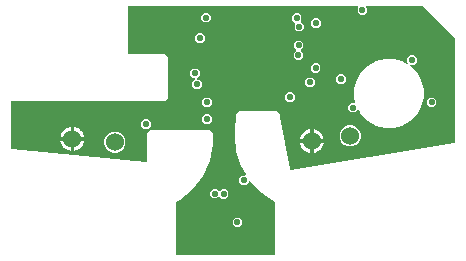
<source format=gbr>
G04 EAGLE Gerber RS-274X export*
G75*
%MOMM*%
%FSLAX34Y34*%
%LPD*%
%INEAGLE Copper Layer 2*%
%IPPOS*%
%AMOC8*
5,1,8,0,0,1.08239X$1,22.5*%
G01*
%ADD10C,1.524000*%
%ADD11C,0.553200*%

G36*
X-181093Y73469D02*
X-181093Y73469D01*
X-181074Y73467D01*
X-180972Y73489D01*
X-180870Y73505D01*
X-180853Y73515D01*
X-180833Y73519D01*
X-180744Y73572D01*
X-180653Y73621D01*
X-180639Y73635D01*
X-180622Y73645D01*
X-180554Y73724D01*
X-180483Y73799D01*
X-180475Y73817D01*
X-180462Y73832D01*
X-180423Y73928D01*
X-180380Y74022D01*
X-180377Y74041D01*
X-180370Y74060D01*
X-180351Y74227D01*
X-180327Y117798D01*
X-180343Y117898D01*
X-180354Y118000D01*
X-180363Y118019D01*
X-180366Y118040D01*
X-180414Y118131D01*
X-180457Y118224D01*
X-180471Y118239D01*
X-180481Y118258D01*
X-180556Y118328D01*
X-180625Y118403D01*
X-180648Y118416D01*
X-180660Y118427D01*
X-180689Y118441D01*
X-180769Y118489D01*
X-183312Y119663D01*
X-193826Y127448D01*
X-201244Y135764D01*
X-201316Y135822D01*
X-201384Y135887D01*
X-201412Y135899D01*
X-201435Y135919D01*
X-201522Y135951D01*
X-201607Y135990D01*
X-201637Y135994D01*
X-201666Y136004D01*
X-201759Y136007D01*
X-201851Y136017D01*
X-201881Y136011D01*
X-201912Y136012D01*
X-202001Y135985D01*
X-202092Y135965D01*
X-202118Y135949D01*
X-202147Y135941D01*
X-202223Y135887D01*
X-202303Y135839D01*
X-202323Y135816D01*
X-202348Y135798D01*
X-202402Y135723D01*
X-202463Y135652D01*
X-202474Y135624D01*
X-202492Y135599D01*
X-202520Y135510D01*
X-202555Y135424D01*
X-202559Y135386D01*
X-202566Y135364D01*
X-202565Y135332D01*
X-202573Y135257D01*
X-202573Y134872D01*
X-204938Y132507D01*
X-208282Y132507D01*
X-210647Y134872D01*
X-210647Y138216D01*
X-208282Y140581D01*
X-205798Y140581D01*
X-205704Y140596D01*
X-205609Y140605D01*
X-205583Y140616D01*
X-205555Y140620D01*
X-205471Y140665D01*
X-205384Y140703D01*
X-205363Y140722D01*
X-205338Y140736D01*
X-205272Y140805D01*
X-205202Y140869D01*
X-205188Y140893D01*
X-205168Y140914D01*
X-205128Y141000D01*
X-205082Y141083D01*
X-205077Y141111D01*
X-205065Y141137D01*
X-205054Y141232D01*
X-205037Y141325D01*
X-205041Y141353D01*
X-205038Y141381D01*
X-205058Y141475D01*
X-205071Y141569D01*
X-205085Y141601D01*
X-205090Y141622D01*
X-205107Y141650D01*
X-205139Y141722D01*
X-209074Y148541D01*
X-213170Y160965D01*
X-214651Y173963D01*
X-214071Y180285D01*
X-214072Y180304D01*
X-214068Y180335D01*
X-213821Y190109D01*
X-213822Y190117D01*
X-213821Y190129D01*
X-213821Y192235D01*
X-212294Y193687D01*
X-212289Y193693D01*
X-212280Y193700D01*
X-210791Y195189D01*
X-208686Y195136D01*
X-208678Y195137D01*
X-208666Y195136D01*
X-181653Y195136D01*
X-181623Y195141D01*
X-181518Y195148D01*
X-179961Y195429D01*
X-179735Y195272D01*
X-179714Y195262D01*
X-179696Y195246D01*
X-179603Y195209D01*
X-179513Y195166D01*
X-179490Y195163D01*
X-179468Y195154D01*
X-179301Y195136D01*
X-179025Y195136D01*
X-177907Y194017D01*
X-177882Y194000D01*
X-177803Y193930D01*
X-176504Y193028D01*
X-176455Y192757D01*
X-176447Y192735D01*
X-176445Y192712D01*
X-176406Y192620D01*
X-176373Y192526D01*
X-176358Y192507D01*
X-176349Y192485D01*
X-176244Y192354D01*
X-176049Y192160D01*
X-176049Y190578D01*
X-176044Y190548D01*
X-176037Y190443D01*
X-167998Y145900D01*
X-167994Y145887D01*
X-167993Y145874D01*
X-167953Y145772D01*
X-167916Y145668D01*
X-167908Y145657D01*
X-167903Y145645D01*
X-167832Y145561D01*
X-167764Y145474D01*
X-167753Y145467D01*
X-167744Y145457D01*
X-167650Y145400D01*
X-167558Y145339D01*
X-167546Y145336D01*
X-167534Y145329D01*
X-167427Y145305D01*
X-167321Y145277D01*
X-167307Y145278D01*
X-167294Y145275D01*
X-167127Y145284D01*
X-28580Y167866D01*
X-28502Y167892D01*
X-28483Y167897D01*
X-28459Y167900D01*
X-28455Y167903D01*
X-28422Y167910D01*
X-28386Y167931D01*
X-28346Y167945D01*
X-28281Y167994D01*
X-28272Y168000D01*
X-28242Y168016D01*
X-28237Y168020D01*
X-28211Y168036D01*
X-28184Y168068D01*
X-28150Y168093D01*
X-28105Y168159D01*
X-28072Y168194D01*
X-28068Y168203D01*
X-28051Y168223D01*
X-28035Y168262D01*
X-28012Y168297D01*
X-27992Y168367D01*
X-27969Y168417D01*
X-27967Y168431D01*
X-27959Y168451D01*
X-27953Y168506D01*
X-27945Y168533D01*
X-27947Y168562D01*
X-27941Y168618D01*
X-27941Y255429D01*
X-27942Y255439D01*
X-27942Y255444D01*
X-27948Y255471D01*
X-27955Y255515D01*
X-27961Y255602D01*
X-27975Y255636D01*
X-27980Y255672D01*
X-28021Y255748D01*
X-28054Y255829D01*
X-28083Y255866D01*
X-28096Y255889D01*
X-28118Y255910D01*
X-28158Y255961D01*
X-55400Y283829D01*
X-55477Y283886D01*
X-55550Y283948D01*
X-55576Y283958D01*
X-55598Y283975D01*
X-55689Y284004D01*
X-55778Y284040D01*
X-55813Y284044D01*
X-55833Y284050D01*
X-55866Y284050D01*
X-55945Y284058D01*
X-102407Y284058D01*
X-102477Y284047D01*
X-102549Y284045D01*
X-102598Y284027D01*
X-102649Y284019D01*
X-102713Y283985D01*
X-102780Y283960D01*
X-102821Y283928D01*
X-102867Y283903D01*
X-102916Y283851D01*
X-102972Y283807D01*
X-103000Y283763D01*
X-103036Y283725D01*
X-103066Y283660D01*
X-103105Y283600D01*
X-103118Y283549D01*
X-103140Y283502D01*
X-103148Y283431D01*
X-103165Y283361D01*
X-103161Y283309D01*
X-103167Y283258D01*
X-103152Y283187D01*
X-103146Y283116D01*
X-103126Y283068D01*
X-103115Y283017D01*
X-103078Y282956D01*
X-103050Y282890D01*
X-103005Y282834D01*
X-102988Y282806D01*
X-102971Y282791D01*
X-102945Y282759D01*
X-102389Y282203D01*
X-102389Y278859D01*
X-104754Y276494D01*
X-108098Y276494D01*
X-110463Y278859D01*
X-110463Y282203D01*
X-109907Y282759D01*
X-109865Y282817D01*
X-109816Y282869D01*
X-109794Y282916D01*
X-109764Y282958D01*
X-109742Y283027D01*
X-109712Y283092D01*
X-109706Y283144D01*
X-109691Y283194D01*
X-109693Y283265D01*
X-109685Y283336D01*
X-109696Y283387D01*
X-109698Y283439D01*
X-109722Y283507D01*
X-109737Y283577D01*
X-109764Y283622D01*
X-109782Y283670D01*
X-109827Y283726D01*
X-109864Y283788D01*
X-109903Y283822D01*
X-109936Y283862D01*
X-109996Y283901D01*
X-110050Y283948D01*
X-110099Y283967D01*
X-110143Y283995D01*
X-110212Y284013D01*
X-110279Y284040D01*
X-110350Y284048D01*
X-110381Y284056D01*
X-110404Y284054D01*
X-110445Y284058D01*
X-304546Y284058D01*
X-304566Y284055D01*
X-304585Y284057D01*
X-304687Y284035D01*
X-304789Y284019D01*
X-304806Y284009D01*
X-304826Y284005D01*
X-304915Y283952D01*
X-305006Y283903D01*
X-305020Y283889D01*
X-305037Y283879D01*
X-305104Y283800D01*
X-305176Y283725D01*
X-305184Y283707D01*
X-305197Y283692D01*
X-305236Y283596D01*
X-305279Y283502D01*
X-305281Y283482D01*
X-305289Y283464D01*
X-305307Y283297D01*
X-305307Y243965D01*
X-305305Y243954D01*
X-305306Y243946D01*
X-305305Y243939D01*
X-305306Y243926D01*
X-305284Y243824D01*
X-305268Y243722D01*
X-305258Y243705D01*
X-305254Y243685D01*
X-305201Y243596D01*
X-305152Y243505D01*
X-305138Y243491D01*
X-305128Y243474D01*
X-305049Y243407D01*
X-304974Y243335D01*
X-304956Y243327D01*
X-304941Y243314D01*
X-304845Y243275D01*
X-304751Y243232D01*
X-304731Y243230D01*
X-304713Y243222D01*
X-304546Y243204D01*
X-273635Y243204D01*
X-270659Y240228D01*
X-270659Y206516D01*
X-273635Y203540D01*
X-403098Y203540D01*
X-403118Y203537D01*
X-403137Y203539D01*
X-403239Y203517D01*
X-403341Y203501D01*
X-403358Y203491D01*
X-403378Y203487D01*
X-403467Y203434D01*
X-403558Y203385D01*
X-403572Y203371D01*
X-403589Y203361D01*
X-403656Y203282D01*
X-403728Y203207D01*
X-403736Y203189D01*
X-403749Y203174D01*
X-403788Y203078D01*
X-403831Y202984D01*
X-403833Y202964D01*
X-403841Y202946D01*
X-403859Y202779D01*
X-403859Y163684D01*
X-403842Y163579D01*
X-403830Y163474D01*
X-403822Y163458D01*
X-403820Y163441D01*
X-403770Y163347D01*
X-403725Y163251D01*
X-403713Y163239D01*
X-403704Y163224D01*
X-403628Y163151D01*
X-403554Y163074D01*
X-403539Y163066D01*
X-403526Y163054D01*
X-403430Y163010D01*
X-403336Y162961D01*
X-403315Y162956D01*
X-403303Y162951D01*
X-403272Y162947D01*
X-403172Y162926D01*
X-289656Y151872D01*
X-289615Y151874D01*
X-289589Y151874D01*
X-289543Y151869D01*
X-289477Y151884D01*
X-289410Y151888D01*
X-289358Y151909D01*
X-289302Y151922D01*
X-289245Y151956D01*
X-289183Y151981D01*
X-289140Y152019D01*
X-289122Y152029D01*
X-289091Y152048D01*
X-289048Y152099D01*
X-288997Y152142D01*
X-288968Y152191D01*
X-288952Y152208D01*
X-288950Y152212D01*
X-288931Y152235D01*
X-288906Y152297D01*
X-288872Y152354D01*
X-288862Y152402D01*
X-288849Y152431D01*
X-288848Y152442D01*
X-288839Y152463D01*
X-288828Y152565D01*
X-288822Y152595D01*
X-288823Y152608D01*
X-288821Y152630D01*
X-288821Y176268D01*
X-285845Y179244D01*
X-238150Y179244D01*
X-238136Y179246D01*
X-238113Y179245D01*
X-236112Y179340D01*
X-236100Y179335D01*
X-236057Y179308D01*
X-235987Y179290D01*
X-235928Y179266D01*
X-234516Y177854D01*
X-234505Y177846D01*
X-234490Y177829D01*
X-233007Y176481D01*
X-233002Y176470D01*
X-232991Y176420D01*
X-232954Y176357D01*
X-232929Y176299D01*
X-232929Y174303D01*
X-232927Y174289D01*
X-232928Y174266D01*
X-232594Y167261D01*
X-235247Y153205D01*
X-241090Y140149D01*
X-249804Y128806D01*
X-260912Y119794D01*
X-264044Y118291D01*
X-264115Y118241D01*
X-264147Y118225D01*
X-264154Y118218D01*
X-264206Y118186D01*
X-264224Y118166D01*
X-264246Y118150D01*
X-264303Y118073D01*
X-264366Y117999D01*
X-264376Y117974D01*
X-264392Y117953D01*
X-264422Y117861D01*
X-264458Y117771D01*
X-264461Y117738D01*
X-264468Y117718D01*
X-264467Y117685D01*
X-264476Y117605D01*
X-264462Y74227D01*
X-264459Y74207D01*
X-264461Y74188D01*
X-264439Y74086D01*
X-264422Y73984D01*
X-264413Y73967D01*
X-264409Y73947D01*
X-264356Y73858D01*
X-264307Y73767D01*
X-264293Y73753D01*
X-264283Y73736D01*
X-264204Y73669D01*
X-264129Y73597D01*
X-264111Y73589D01*
X-264096Y73576D01*
X-263999Y73537D01*
X-263906Y73494D01*
X-263886Y73492D01*
X-263868Y73484D01*
X-263701Y73466D01*
X-181113Y73466D01*
X-181093Y73469D01*
G37*
%LPC*%
G36*
X-87679Y180494D02*
X-87679Y180494D01*
X-95133Y182492D01*
X-101817Y186350D01*
X-107274Y191807D01*
X-109477Y195625D01*
X-109552Y195715D01*
X-109627Y195809D01*
X-109631Y195812D01*
X-109633Y195815D01*
X-109733Y195878D01*
X-109834Y195942D01*
X-109838Y195943D01*
X-109842Y195946D01*
X-109957Y195973D01*
X-110072Y196002D01*
X-110077Y196002D01*
X-110081Y196003D01*
X-110200Y195993D01*
X-110318Y195983D01*
X-110322Y195982D01*
X-110326Y195981D01*
X-110436Y195933D01*
X-110544Y195887D01*
X-110548Y195884D01*
X-110551Y195883D01*
X-110561Y195873D01*
X-110675Y195782D01*
X-112508Y193949D01*
X-115852Y193949D01*
X-118217Y196314D01*
X-118217Y199658D01*
X-115852Y202023D01*
X-113071Y202023D01*
X-112954Y202042D01*
X-112836Y202060D01*
X-112832Y202062D01*
X-112828Y202062D01*
X-112723Y202118D01*
X-112617Y202173D01*
X-112614Y202176D01*
X-112611Y202177D01*
X-112529Y202263D01*
X-112446Y202349D01*
X-112444Y202353D01*
X-112441Y202356D01*
X-112391Y202464D01*
X-112340Y202571D01*
X-112339Y202575D01*
X-112338Y202579D01*
X-112325Y202697D01*
X-112310Y202815D01*
X-112311Y202820D01*
X-112311Y202823D01*
X-112313Y202837D01*
X-112335Y202981D01*
X-113130Y205945D01*
X-113130Y213663D01*
X-111132Y221117D01*
X-107274Y227801D01*
X-101817Y233258D01*
X-95133Y237116D01*
X-87679Y239114D01*
X-79961Y239114D01*
X-72507Y237116D01*
X-68594Y234857D01*
X-68571Y234849D01*
X-68552Y234834D01*
X-68456Y234805D01*
X-68364Y234770D01*
X-68339Y234769D01*
X-68316Y234762D01*
X-68217Y234765D01*
X-68118Y234761D01*
X-68095Y234768D01*
X-68071Y234768D01*
X-67977Y234803D01*
X-67882Y234831D01*
X-67862Y234845D01*
X-67840Y234853D01*
X-67762Y234915D01*
X-67681Y234972D01*
X-67666Y234992D01*
X-67648Y235007D01*
X-67594Y235090D01*
X-67535Y235170D01*
X-67528Y235193D01*
X-67515Y235214D01*
X-67490Y235310D01*
X-67460Y235405D01*
X-67460Y235429D01*
X-67454Y235452D01*
X-67462Y235551D01*
X-67464Y235651D01*
X-67472Y235673D01*
X-67474Y235697D01*
X-67512Y235789D01*
X-67546Y235882D01*
X-67560Y235901D01*
X-67570Y235924D01*
X-67675Y236055D01*
X-68349Y236729D01*
X-68349Y240073D01*
X-65984Y242437D01*
X-62640Y242437D01*
X-60275Y240073D01*
X-60275Y236729D01*
X-62640Y234364D01*
X-65092Y234364D01*
X-65163Y234352D01*
X-65234Y234350D01*
X-65283Y234333D01*
X-65335Y234324D01*
X-65398Y234291D01*
X-65465Y234266D01*
X-65506Y234233D01*
X-65552Y234209D01*
X-65601Y234157D01*
X-65657Y234112D01*
X-65686Y234068D01*
X-65721Y234031D01*
X-65752Y233966D01*
X-65790Y233905D01*
X-65803Y233855D01*
X-65825Y233808D01*
X-65833Y233736D01*
X-65850Y233667D01*
X-65846Y233615D01*
X-65852Y233563D01*
X-65837Y233493D01*
X-65831Y233422D01*
X-65811Y233374D01*
X-65800Y233323D01*
X-65763Y233261D01*
X-65735Y233195D01*
X-65690Y233139D01*
X-65674Y233112D01*
X-65656Y233096D01*
X-65630Y233064D01*
X-60366Y227801D01*
X-56508Y221117D01*
X-54510Y213663D01*
X-54510Y205945D01*
X-56508Y198491D01*
X-60366Y191807D01*
X-65823Y186350D01*
X-72507Y182492D01*
X-79961Y180494D01*
X-87679Y180494D01*
G37*
%LPD*%
%LPC*%
G36*
X-118608Y165353D02*
X-118608Y165353D01*
X-121876Y166707D01*
X-124377Y169208D01*
X-125731Y172476D01*
X-125731Y176012D01*
X-124377Y179280D01*
X-121876Y181781D01*
X-118608Y183135D01*
X-115072Y183135D01*
X-111804Y181781D01*
X-109303Y179280D01*
X-107949Y176012D01*
X-107949Y172476D01*
X-109303Y169208D01*
X-111804Y166707D01*
X-115072Y165353D01*
X-118608Y165353D01*
G37*
%LPD*%
%LPC*%
G36*
X-317744Y159765D02*
X-317744Y159765D01*
X-321012Y161119D01*
X-323513Y163620D01*
X-324867Y166888D01*
X-324867Y170424D01*
X-323513Y173692D01*
X-321012Y176193D01*
X-317744Y177547D01*
X-314208Y177547D01*
X-310940Y176193D01*
X-308439Y173692D01*
X-307085Y170424D01*
X-307085Y166888D01*
X-308439Y163620D01*
X-310940Y161119D01*
X-314208Y159765D01*
X-317744Y159765D01*
G37*
%LPD*%
%LPC*%
G36*
X-248052Y213625D02*
X-248052Y213625D01*
X-250417Y215990D01*
X-250417Y219334D01*
X-248078Y221673D01*
X-248036Y221731D01*
X-247987Y221783D01*
X-247965Y221830D01*
X-247935Y221872D01*
X-247913Y221941D01*
X-247883Y222006D01*
X-247877Y222058D01*
X-247862Y222108D01*
X-247864Y222179D01*
X-247856Y222250D01*
X-247867Y222301D01*
X-247869Y222353D01*
X-247893Y222421D01*
X-247908Y222491D01*
X-247935Y222536D01*
X-247953Y222584D01*
X-247998Y222640D01*
X-248035Y222702D01*
X-248074Y222736D01*
X-248107Y222776D01*
X-248167Y222815D01*
X-248221Y222862D01*
X-248270Y222881D01*
X-248314Y222909D01*
X-248383Y222927D01*
X-248450Y222954D01*
X-248521Y222962D01*
X-248552Y222970D01*
X-248575Y222968D01*
X-248616Y222972D01*
X-249819Y222972D01*
X-252184Y225337D01*
X-252184Y228681D01*
X-249819Y231046D01*
X-246475Y231046D01*
X-244110Y228681D01*
X-244110Y225337D01*
X-246449Y222998D01*
X-246491Y222940D01*
X-246540Y222888D01*
X-246562Y222841D01*
X-246592Y222799D01*
X-246614Y222730D01*
X-246644Y222665D01*
X-246650Y222613D01*
X-246665Y222563D01*
X-246663Y222492D01*
X-246671Y222421D01*
X-246660Y222370D01*
X-246658Y222318D01*
X-246634Y222250D01*
X-246619Y222180D01*
X-246592Y222135D01*
X-246574Y222087D01*
X-246529Y222031D01*
X-246492Y221969D01*
X-246453Y221935D01*
X-246420Y221895D01*
X-246360Y221856D01*
X-246306Y221809D01*
X-246257Y221790D01*
X-246213Y221762D01*
X-246144Y221744D01*
X-246077Y221717D01*
X-246006Y221709D01*
X-245975Y221701D01*
X-245952Y221703D01*
X-245911Y221699D01*
X-244708Y221699D01*
X-242343Y219334D01*
X-242343Y215990D01*
X-244708Y213625D01*
X-248052Y213625D01*
G37*
%LPD*%
%LPC*%
G36*
X-161438Y262663D02*
X-161438Y262663D01*
X-163803Y265028D01*
X-163803Y268372D01*
X-163501Y268674D01*
X-163459Y268732D01*
X-163410Y268784D01*
X-163388Y268831D01*
X-163358Y268873D01*
X-163336Y268942D01*
X-163306Y269007D01*
X-163300Y269059D01*
X-163285Y269109D01*
X-163287Y269180D01*
X-163279Y269251D01*
X-163290Y269302D01*
X-163292Y269354D01*
X-163316Y269422D01*
X-163331Y269492D01*
X-163358Y269537D01*
X-163376Y269585D01*
X-163421Y269641D01*
X-163458Y269703D01*
X-163497Y269737D01*
X-163530Y269777D01*
X-163590Y269816D01*
X-163644Y269863D01*
X-163693Y269882D01*
X-163737Y269910D01*
X-163806Y269928D01*
X-163831Y269938D01*
X-166231Y272338D01*
X-166231Y275682D01*
X-163866Y278047D01*
X-160522Y278047D01*
X-158157Y275682D01*
X-158157Y272338D01*
X-158459Y272036D01*
X-158501Y271978D01*
X-158550Y271926D01*
X-158572Y271879D01*
X-158602Y271837D01*
X-158623Y271768D01*
X-158654Y271703D01*
X-158659Y271651D01*
X-158675Y271601D01*
X-158673Y271530D01*
X-158681Y271459D01*
X-158670Y271408D01*
X-158668Y271356D01*
X-158644Y271288D01*
X-158629Y271218D01*
X-158602Y271173D01*
X-158584Y271125D01*
X-158539Y271069D01*
X-158502Y271007D01*
X-158463Y270973D01*
X-158430Y270933D01*
X-158370Y270894D01*
X-158315Y270847D01*
X-158267Y270828D01*
X-158223Y270800D01*
X-158154Y270782D01*
X-158129Y270772D01*
X-155729Y268372D01*
X-155729Y265028D01*
X-158094Y262663D01*
X-161438Y262663D01*
G37*
%LPD*%
%LPC*%
G36*
X-162292Y238787D02*
X-162292Y238787D01*
X-164657Y241152D01*
X-164657Y244496D01*
X-162831Y246322D01*
X-162819Y246338D01*
X-162804Y246350D01*
X-162748Y246438D01*
X-162688Y246521D01*
X-162682Y246540D01*
X-162671Y246557D01*
X-162646Y246658D01*
X-162615Y246757D01*
X-162616Y246776D01*
X-162611Y246796D01*
X-162619Y246899D01*
X-162622Y247002D01*
X-162628Y247021D01*
X-162630Y247041D01*
X-162670Y247136D01*
X-162706Y247233D01*
X-162718Y247249D01*
X-162726Y247267D01*
X-162831Y247398D01*
X-164459Y249026D01*
X-164459Y252370D01*
X-162094Y254735D01*
X-158750Y254735D01*
X-156385Y252370D01*
X-156385Y249026D01*
X-158211Y247200D01*
X-158223Y247184D01*
X-158238Y247172D01*
X-158294Y247084D01*
X-158354Y247001D01*
X-158360Y246982D01*
X-158371Y246965D01*
X-158396Y246864D01*
X-158427Y246765D01*
X-158426Y246746D01*
X-158431Y246726D01*
X-158423Y246623D01*
X-158420Y246520D01*
X-158414Y246501D01*
X-158412Y246481D01*
X-158372Y246386D01*
X-158336Y246289D01*
X-158323Y246273D01*
X-158316Y246255D01*
X-158211Y246124D01*
X-156583Y244496D01*
X-156583Y241152D01*
X-158948Y238787D01*
X-162292Y238787D01*
G37*
%LPD*%
%LPC*%
G36*
X-225524Y120853D02*
X-225524Y120853D01*
X-227378Y122707D01*
X-227394Y122718D01*
X-227407Y122734D01*
X-227494Y122790D01*
X-227578Y122850D01*
X-227597Y122856D01*
X-227614Y122867D01*
X-227714Y122892D01*
X-227813Y122922D01*
X-227833Y122922D01*
X-227852Y122927D01*
X-227955Y122919D01*
X-228059Y122916D01*
X-228078Y122909D01*
X-228097Y122908D01*
X-228192Y122867D01*
X-228290Y122832D01*
X-228305Y122819D01*
X-228324Y122811D01*
X-228455Y122707D01*
X-229976Y121185D01*
X-233320Y121185D01*
X-235685Y123550D01*
X-235685Y126894D01*
X-233320Y129259D01*
X-229976Y129259D01*
X-228122Y127405D01*
X-228106Y127393D01*
X-228094Y127378D01*
X-228006Y127322D01*
X-227923Y127262D01*
X-227904Y127256D01*
X-227887Y127245D01*
X-227786Y127220D01*
X-227687Y127189D01*
X-227668Y127190D01*
X-227648Y127185D01*
X-227545Y127193D01*
X-227442Y127196D01*
X-227423Y127202D01*
X-227403Y127204D01*
X-227308Y127244D01*
X-227211Y127280D01*
X-227195Y127292D01*
X-227177Y127300D01*
X-227046Y127405D01*
X-225524Y128926D01*
X-222180Y128926D01*
X-219816Y126562D01*
X-219816Y123218D01*
X-222180Y120853D01*
X-225524Y120853D01*
G37*
%LPD*%
%LPC*%
G36*
X-147722Y227611D02*
X-147722Y227611D01*
X-150087Y229976D01*
X-150087Y233320D01*
X-147722Y235685D01*
X-144378Y235685D01*
X-142013Y233320D01*
X-142013Y229976D01*
X-144378Y227611D01*
X-147722Y227611D01*
G37*
%LPD*%
%LPC*%
G36*
X-126386Y218213D02*
X-126386Y218213D01*
X-128751Y220578D01*
X-128751Y223922D01*
X-126386Y226287D01*
X-123042Y226287D01*
X-120677Y223922D01*
X-120677Y220578D01*
X-123042Y218213D01*
X-126386Y218213D01*
G37*
%LPD*%
%LPC*%
G36*
X-152294Y215419D02*
X-152294Y215419D01*
X-154659Y217784D01*
X-154659Y221128D01*
X-152294Y223493D01*
X-148950Y223493D01*
X-146585Y221128D01*
X-146585Y217784D01*
X-148950Y215419D01*
X-152294Y215419D01*
G37*
%LPD*%
%LPC*%
G36*
X-169312Y202973D02*
X-169312Y202973D01*
X-171677Y205338D01*
X-171677Y208682D01*
X-169312Y211047D01*
X-165968Y211047D01*
X-163603Y208682D01*
X-163603Y205338D01*
X-165968Y202973D01*
X-169312Y202973D01*
G37*
%LPD*%
%LPC*%
G36*
X-239738Y198469D02*
X-239738Y198469D01*
X-242102Y200834D01*
X-242102Y204178D01*
X-239738Y206542D01*
X-236394Y206542D01*
X-234029Y204178D01*
X-234029Y200834D01*
X-236394Y198469D01*
X-239738Y198469D01*
G37*
%LPD*%
%LPC*%
G36*
X-49405Y198401D02*
X-49405Y198401D01*
X-51770Y200766D01*
X-51770Y204110D01*
X-49405Y206475D01*
X-46061Y206475D01*
X-43696Y204110D01*
X-43696Y200766D01*
X-46061Y198401D01*
X-49405Y198401D01*
G37*
%LPD*%
%LPC*%
G36*
X-239670Y184431D02*
X-239670Y184431D01*
X-242035Y186796D01*
X-242035Y190140D01*
X-239670Y192505D01*
X-236326Y192505D01*
X-233961Y190140D01*
X-233961Y186796D01*
X-236326Y184431D01*
X-239670Y184431D01*
G37*
%LPD*%
%LPC*%
G36*
X-291486Y180113D02*
X-291486Y180113D01*
X-293851Y182478D01*
X-293851Y185822D01*
X-291486Y188187D01*
X-288142Y188187D01*
X-285777Y185822D01*
X-285777Y182478D01*
X-288142Y180113D01*
X-291486Y180113D01*
G37*
%LPD*%
%LPC*%
G36*
X-245583Y252937D02*
X-245583Y252937D01*
X-247948Y255302D01*
X-247948Y258646D01*
X-245583Y261011D01*
X-242239Y261011D01*
X-239874Y258646D01*
X-239874Y255302D01*
X-242239Y252937D01*
X-245583Y252937D01*
G37*
%LPD*%
%LPC*%
G36*
X-240432Y270200D02*
X-240432Y270200D01*
X-242797Y272565D01*
X-242797Y275909D01*
X-240432Y278274D01*
X-237088Y278274D01*
X-234723Y275909D01*
X-234723Y272565D01*
X-237088Y270200D01*
X-240432Y270200D01*
G37*
%LPD*%
%LPC*%
G36*
X-147581Y265824D02*
X-147581Y265824D01*
X-149945Y268188D01*
X-149945Y271533D01*
X-147581Y273897D01*
X-144236Y273897D01*
X-141872Y271533D01*
X-141872Y268188D01*
X-144236Y265824D01*
X-147581Y265824D01*
G37*
%LPD*%
%LPC*%
G36*
X-214016Y96801D02*
X-214016Y96801D01*
X-216381Y99166D01*
X-216381Y102510D01*
X-214016Y104875D01*
X-210672Y104875D01*
X-208307Y102510D01*
X-208307Y99166D01*
X-210672Y96801D01*
X-214016Y96801D01*
G37*
%LPD*%
%LPC*%
G36*
X-159398Y171449D02*
X-159398Y171449D01*
X-159263Y172305D01*
X-158768Y173826D01*
X-158042Y175251D01*
X-157102Y176545D01*
X-155971Y177676D01*
X-154677Y178616D01*
X-153252Y179342D01*
X-151731Y179837D01*
X-150875Y179972D01*
X-150875Y171449D01*
X-159398Y171449D01*
G37*
%LPD*%
%LPC*%
G36*
X-362090Y173227D02*
X-362090Y173227D01*
X-361955Y174083D01*
X-361460Y175604D01*
X-360734Y177029D01*
X-359794Y178323D01*
X-358663Y179454D01*
X-357369Y180394D01*
X-355944Y181120D01*
X-354423Y181615D01*
X-353567Y181750D01*
X-353567Y173227D01*
X-362090Y173227D01*
G37*
%LPD*%
%LPC*%
G36*
X-147829Y171449D02*
X-147829Y171449D01*
X-147829Y179972D01*
X-146973Y179837D01*
X-145452Y179342D01*
X-144027Y178616D01*
X-142733Y177676D01*
X-141602Y176545D01*
X-140662Y175251D01*
X-139936Y173826D01*
X-139441Y172305D01*
X-139306Y171449D01*
X-147829Y171449D01*
G37*
%LPD*%
%LPC*%
G36*
X-350521Y173227D02*
X-350521Y173227D01*
X-350521Y181750D01*
X-349665Y181615D01*
X-348144Y181120D01*
X-346719Y180394D01*
X-345425Y179454D01*
X-344294Y178323D01*
X-343354Y177029D01*
X-342628Y175604D01*
X-342133Y174083D01*
X-341998Y173227D01*
X-350521Y173227D01*
G37*
%LPD*%
%LPC*%
G36*
X-354423Y161793D02*
X-354423Y161793D01*
X-355944Y162288D01*
X-357369Y163014D01*
X-358663Y163954D01*
X-359794Y165085D01*
X-360734Y166379D01*
X-361460Y167804D01*
X-361955Y169325D01*
X-362090Y170181D01*
X-353567Y170181D01*
X-353567Y161658D01*
X-354423Y161793D01*
G37*
%LPD*%
%LPC*%
G36*
X-151731Y160015D02*
X-151731Y160015D01*
X-153252Y160510D01*
X-154677Y161236D01*
X-155971Y162176D01*
X-157102Y163307D01*
X-158042Y164601D01*
X-158768Y166026D01*
X-159263Y167547D01*
X-159398Y168403D01*
X-150875Y168403D01*
X-150875Y159880D01*
X-151731Y160015D01*
G37*
%LPD*%
%LPC*%
G36*
X-147829Y168403D02*
X-147829Y168403D01*
X-139306Y168403D01*
X-139441Y167547D01*
X-139936Y166026D01*
X-140662Y164601D01*
X-141602Y163307D01*
X-142733Y162176D01*
X-144027Y161236D01*
X-145452Y160510D01*
X-146973Y160015D01*
X-147829Y159880D01*
X-147829Y168403D01*
G37*
%LPD*%
%LPC*%
G36*
X-350521Y170181D02*
X-350521Y170181D01*
X-341998Y170181D01*
X-342133Y169325D01*
X-342628Y167804D01*
X-343354Y166379D01*
X-344294Y165085D01*
X-345425Y163954D01*
X-346719Y163014D01*
X-348144Y162288D01*
X-349665Y161793D01*
X-350521Y161658D01*
X-350521Y170181D01*
G37*
%LPD*%
%LPC*%
G36*
X-352045Y171703D02*
X-352045Y171703D01*
X-352045Y171705D01*
X-352043Y171705D01*
X-352043Y171703D01*
X-352045Y171703D01*
G37*
%LPD*%
%LPC*%
G36*
X-149353Y169925D02*
X-149353Y169925D01*
X-149353Y169927D01*
X-149351Y169927D01*
X-149351Y169925D01*
X-149353Y169925D01*
G37*
%LPD*%
D10*
X-116840Y174244D03*
X-149352Y169926D03*
X-352044Y171704D03*
X-315976Y168656D03*
D11*
X-202946Y101092D03*
X-219710Y256540D03*
X-219710Y240030D03*
X-200660Y256540D03*
X-186690Y240030D03*
X-186690Y223520D03*
X-201930Y223520D03*
X-42164Y180594D03*
X-56388Y236474D03*
X-78740Y280416D03*
X-244602Y124968D03*
X-294132Y174498D03*
X-152146Y274320D03*
X-155702Y259080D03*
X-291846Y279908D03*
X-293624Y256540D03*
X-246888Y188468D03*
X-114808Y221234D03*
X-281178Y256540D03*
X-281432Y246634D03*
X-293624Y246634D03*
X-291846Y270510D03*
X-289814Y184150D03*
X-243911Y256974D03*
X-246380Y217662D03*
X-162194Y274010D03*
X-238760Y274237D03*
X-146050Y231648D03*
X-124714Y222250D03*
X-64312Y238401D03*
X-206610Y136544D03*
X-47733Y202438D03*
X-212344Y100838D03*
X-114180Y197986D03*
X-248147Y227009D03*
X-106426Y280531D03*
X-167640Y207010D03*
X-145908Y269860D03*
X-238066Y202506D03*
X-237998Y188468D03*
X-150622Y219456D03*
X-223852Y124890D03*
X-160422Y250698D03*
X-159766Y266700D03*
X-231648Y125222D03*
X-160620Y242824D03*
M02*

</source>
